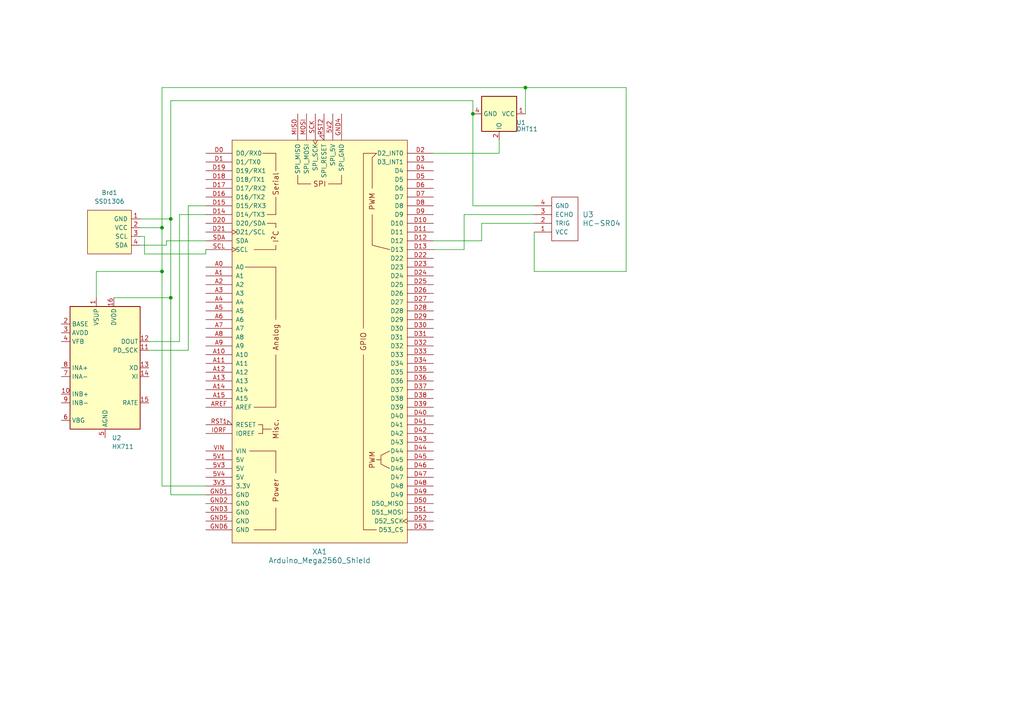
<source format=kicad_sch>
(kicad_sch (version 20230121) (generator eeschema)
  (paper "A4")
  (lib_symbols
    (symbol "Analog_ADC:HX711"
      (property "Reference" "U" (at 5.08 21.59 0))
      (property "Value" "HX711" (at 7.62 19.05 0))
      (symbol "HX711_0_1"
        (rectangle (start -10.16 17.78) (end 10.16 -17.78) (stroke (width 0.254)) (fill (type background)))
      )
      (symbol "HX711_1_1"
        (pin power_in line (at -2.54 20.32 270) (length 2.54) (name "VSUP") (number "1"))
        (pin input line (at -12.7 -7.62 0) (length 2.54) (name "INB+") (number "10"))
        (pin input line (at 12.7 5.08 180) (length 2.54) (name "PD_SCK") (number "11"))
        (pin output line (at 12.7 7.62 180) (length 2.54) (name "DOUT") (number "12"))
        (pin passive line (at 12.7 0 180) (length 2.54) (name "XO") (number "13"))
        (pin passive line (at 12.7 -2.54 180) (length 2.54) (name "XI") (number "14"))
        (pin input line (at 12.7 -10.16 180) (length 2.54) (name "RATE") (number "15"))
        (pin power_in line (at 2.54 20.32 270) (length 2.54) (name "DVDD") (number "16"))
        (pin passive line (at -12.7 12.7 0) (length 2.54) (name "BASE") (number "2"))
        (pin power_in line (at -12.7 10.16 0) (length 2.54) (name "AVDD") (number "3"))
        (pin input line (at -12.7 7.62 0) (length 2.54) (name "VFB") (number "4"))
        (pin power_in line (at 0 -20.32 90) (length 2.54) (name "AGND") (number "5"))
        (pin passive line (at -12.7 -15.24 0) (length 2.54) (name "VBG") (number "6"))
        (pin input line (at -12.7 -2.54 0) (length 2.54) (name "INA-") (number "7"))
        (pin input line (at -12.7 0 0) (length 2.54) (name "INA+") (number "8"))
        (pin input line (at -12.7 -10.16 0) (length 2.54) (name "INB-") (number "9"))
      )
    )
    (symbol "Qrcode-reader:HC-SR04" (pin_names (offset 1.016))
      (property "Reference" "U" (at -6.35 -7.62 0))
      (property "Value" "HC-SR04" (at -2.54 7.62 0))
      (symbol "HC-SR04_0_1"
        (rectangle (start 0 6.35) (end -7.62 -6.35))
      )
      (symbol "HC-SR04_1_1"
        (pin input line (at 5.08 3.81 180) (length 5.08) (name "VCC") (number "1"))
        (pin input line (at 5.08 1.27 180) (length 5.08) (name "TRIG") (number "2"))
        (pin input line (at 5.08 -1.27 180) (length 5.08) (name "ECHO") (number "3"))
        (pin input line (at 5.08 -3.81 180) (length 5.08) (name "GND") (number "4"))
      )
    )
    (symbol "Qrcode-reader:SSD1306" (pin_names (offset 1.016))
      (property "Reference" "Brd" (at 0 -3.81 0))
      (property "Value" "SSD1306" (at 0 -1.27 0))
      (symbol "SSD1306_0_1"
        (rectangle (start -6.35 6.35) (end 6.35 -6.35) (fill (type background)))
      )
      (symbol "SSD1306_1_1"
        (pin input line (at -3.81 8.89 270) (length 2.54) (name "GND") (number "1"))
        (pin input line (at -1.27 8.89 270) (length 2.54) (name "VCC") (number "2"))
        (pin input line (at 1.27 8.89 270) (length 2.54) (name "SCL") (number "3"))
        (pin input line (at 3.81 8.89 270) (length 2.54) (name "SDA") (number "4"))
      )
    )
    (symbol "Sensor:DHT11"
      (property "Reference" "U" (at -3.81 6.35 0))
      (property "Value" "DHT11" (at 3.81 6.35 0))
      (symbol "DHT11_0_1"
        (rectangle (start -5.08 5.08) (end 5.08 -5.08) (stroke (width 0.254)) (fill (type background)))
      )
      (symbol "DHT11_1_1"
        (pin power_in line (at 0 7.62 270) (length 2.54) (name "VCC") (number "1"))
        (pin bidirectional line (at 7.62 0 180) (length 2.54) (name "IO") (number "2"))
        (pin no_connect line (at -5.08 0 0) (length 2.54) hide (name "NC") (number "3"))
        (pin power_in line (at 0 -7.62 90) (length 2.54) (name "GND") (number "4"))
      )
    )
    (symbol "arduino-library:Arduino_Mega2560_Shield" (pin_names (offset 1.016))
      (property "Reference" "XA" (at 0 -62.23 0))
      (property "Value" "Arduino_Mega2560_Shield" (at 0 -66.04 0))
      (symbol "Arduino_Mega2560_Shield_0_0"
        (rectangle (start -25.4 -58.42) (end 25.4 58.42) (fill (type background)))
        (rectangle (start -20.32 -31.75) (end -12.7 -31.75))
        (rectangle (start -19.05 -54.61) (end -12.7 -54.61))
        (rectangle (start -19.05 -19.05) (end -12.7 -19.05))
        (rectangle (start -19.05 26.67) (end -12.7 26.67))
        (rectangle (start -17.78 -26.67) (end -16.51 -26.67))
        (rectangle (start -17.78 -24.13) (end -16.51 -24.13))
        (rectangle (start -16.51 -25.4) (end -13.97 -25.4))
        (rectangle (start -16.51 -24.13) (end -16.51 -26.67))
        (rectangle (start -16.51 54.61) (end -12.7 54.61))
        (rectangle (start -15.24 34.29) (end -12.7 34.29))
        (rectangle (start -15.24 36.83) (end -12.7 36.83))
        (rectangle (start -12.7 -54.61) (end -12.7 -48.26))
        (rectangle (start -12.7 -31.75) (end -12.7 -38.1))
        (rectangle (start -12.7 26.67) (end -12.7 27.94))
        (rectangle (start -12.7 34.29) (end -12.7 33.02))
        (rectangle (start -12.7 41.91) (end -12.7 36.83))
        (rectangle (start -12.7 49.53) (end -12.7 54.61))
        (rectangle (start -6.35 48.26) (end -6.35 45.72))
        (rectangle (start -2.54 45.72) (end -6.35 45.72))
        (polyline (pts (xy -21.59 21.59) (xy -12.7 21.59)))
        (polyline (pts (xy -12.7 -19.05) (xy -12.7 -3.81)))
        (polyline (pts (xy -12.7 6.35) (xy -12.7 21.59)))
        (polyline (pts (xy 12.7 -54.61) (xy 16.51 -54.61)))
        (polyline (pts (xy 12.7 54.61) (xy 16.51 54.61)))
        (polyline (pts (xy 17.78 -34.29) (xy 16.51 -34.29)))
        (polyline (pts (xy 15.24 36.83) (xy 15.24 27.94) (xy 20.32 26.67)))
        (polyline (pts (xy 15.24 44.45) (xy 15.24 53.34) (xy 16.51 54.61)))
        (polyline (pts (xy 20.32 -31.75) (xy 17.78 -33.02) (xy 17.78 -35.56) (xy 20.32 -36.83)))
        (rectangle (start 6.35 45.72) (end 2.54 45.72))
        (rectangle (start 6.35 48.26) (end 6.35 45.72))
        (text "Analog" (at -12.7 1.27 900) (effects (font (size 1.524 1.524))))
        (text "I²C" (at -12.7 30.48 900) (effects (font (size 1.524 1.524))))
        (text "Misc." (at -12.7 -25.4 900) (effects (font (size 1.524 1.524))))
        (text "Power" (at -12.7 -43.18 900) (effects (font (size 1.524 1.524))))
        (text "PWM" (at 15.24 -34.29 900) (effects (font (size 1.524 1.524))))
        (text "PWM" (at 15.24 40.64 900) (effects (font (size 1.524 1.524))))
        (text "Serial" (at -12.7 45.72 900) (effects (font (size 1.524 1.524))))
        (text "SPI" (at 0 45.72 0) (effects (font (size 1.524 1.524))))
      )
      (symbol "Arduino_Mega2560_Shield_1_0"
        (rectangle (start 12.7 -54.61) (end 12.7 -3.81))
        (rectangle (start 12.7 54.61) (end 12.7 3.81))
        (text "GPIO" (at 12.7 0 900) (effects (font (size 1.524 1.524))))
      )
      (symbol "Arduino_Mega2560_Shield_1_1"
        (pin power_out line (at -33.02 -41.91 0) (length 7.62) (name "3.3V") (number "3V3"))
        (pin power_in line (at -33.02 -34.29 0) (length 7.62) (name "5V") (number "5V1"))
        (pin power_in line (at 3.81 66.04 270) (length 7.62) (name "SPI_5V") (number "5V2"))
        (pin power_in line (at -33.02 -36.83 0) (length 7.62) (name "5V") (number "5V3"))
        (pin power_in line (at -33.02 -39.37 0) (length 7.62) (name "5V") (number "5V4"))
        (pin bidirectional line (at -33.02 21.59 0) (length 7.62) (name "A0") (number "A0"))
        (pin bidirectional line (at -33.02 19.05 0) (length 7.62) (name "A1") (number "A1"))
        (pin bidirectional line (at -33.02 -3.81 0) (length 7.62) (name "A10") (number "A10"))
        (pin bidirectional line (at -33.02 -6.35 0) (length 7.62) (name "A11") (number "A11"))
        (pin bidirectional line (at -33.02 -8.89 0) (length 7.62) (name "A12") (number "A12"))
        (pin bidirectional line (at -33.02 -11.43 0) (length 7.62) (name "A13") (number "A13"))
        (pin bidirectional line (at -33.02 -13.97 0) (length 7.62) (name "A14") (number "A14"))
        (pin bidirectional line (at -33.02 -16.51 0) (length 7.62) (name "A15") (number "A15"))
        (pin bidirectional line (at -33.02 16.51 0) (length 7.62) (name "A2") (number "A2"))
        (pin bidirectional line (at -33.02 13.97 0) (length 7.62) (name "A3") (number "A3"))
        (pin bidirectional line (at -33.02 11.43 0) (length 7.62) (name "A4") (number "A4"))
        (pin bidirectional line (at -33.02 8.89 0) (length 7.62) (name "A5") (number "A5"))
        (pin bidirectional line (at -33.02 6.35 0) (length 7.62) (name "A6") (number "A6"))
        (pin bidirectional line (at -33.02 3.81 0) (length 7.62) (name "A7") (number "A7"))
        (pin bidirectional line (at -33.02 1.27 0) (length 7.62) (name "A8") (number "A8"))
        (pin bidirectional line (at -33.02 -1.27 0) (length 7.62) (name "A9") (number "A9"))
        (pin input line (at -33.02 -19.05 0) (length 7.62) (name "AREF") (number "AREF"))
        (pin bidirectional line (at -33.02 54.61 0) (length 7.62) (name "D0/RX0") (number "D0"))
        (pin bidirectional line (at -33.02 52.07 0) (length 7.62) (name "D1/TX0") (number "D1"))
        (pin bidirectional line (at 33.02 34.29 180) (length 7.62) (name "D10") (number "D10"))
        (pin bidirectional line (at 33.02 31.75 180) (length 7.62) (name "D11") (number "D11"))
        (pin bidirectional line (at 33.02 29.21 180) (length 7.62) (name "D12") (number "D12"))
        (pin bidirectional line (at 33.02 26.67 180) (length 7.62) (name "D13") (number "D13"))
        (pin bidirectional line (at -33.02 36.83 0) (length 7.62) (name "D14/TX3") (number "D14"))
        (pin bidirectional line (at -33.02 39.37 0) (length 7.62) (name "D15/RX3") (number "D15"))
        (pin bidirectional line (at -33.02 41.91 0) (length 7.62) (name "D16/TX2") (number "D16"))
        (pin bidirectional line (at -33.02 44.45 0) (length 7.62) (name "D17/RX2") (number "D17"))
        (pin bidirectional line (at -33.02 46.99 0) (length 7.62) (name "D18/TX1") (number "D18"))
        (pin bidirectional line (at -33.02 49.53 0) (length 7.62) (name "D19/RX1") (number "D19"))
        (pin bidirectional line (at 33.02 54.61 180) (length 7.62) (name "D2_INT0") (number "D2"))
        (pin bidirectional line (at -33.02 34.29 0) (length 7.62) (name "D20/SDA") (number "D20"))
        (pin bidirectional clock (at -33.02 31.75 0) (length 7.62) (name "D21/SCL") (number "D21"))
        (pin bidirectional line (at 33.02 24.13 180) (length 7.62) (name "D22") (number "D22"))
        (pin bidirectional line (at 33.02 21.59 180) (length 7.62) (name "D23") (number "D23"))
        (pin bidirectional line (at 33.02 19.05 180) (length 7.62) (name "D24") (number "D24"))
        (pin bidirectional line (at 33.02 16.51 180) (length 7.62) (name "D25") (number "D25"))
        (pin bidirectional line (at 33.02 13.97 180) (length 7.62) (name "D26") (number "D26"))
        (pin bidirectional line (at 33.02 11.43 180) (length 7.62) (name "D27") (number "D27"))
        (pin bidirectional line (at 33.02 8.89 180) (length 7.62) (name "D28") (number "D28"))
        (pin bidirectional line (at 33.02 6.35 180) (length 7.62) (name "D29") (number "D29"))
        (pin bidirectional line (at 33.02 52.07 180) (length 7.62) (name "D3_INT1") (number "D3"))
        (pin bidirectional line (at 33.02 3.81 180) (length 7.62) (name "D30") (number "D30"))
        (pin bidirectional line (at 33.02 1.27 180) (length 7.62) (name "D31") (number "D31"))
        (pin bidirectional line (at 33.02 -1.27 180) (length 7.62) (name "D32") (number "D32"))
        (pin bidirectional line (at 33.02 -3.81 180) (length 7.62) (name "D33") (number "D33"))
        (pin bidirectional line (at 33.02 -6.35 180) (length 7.62) (name "D34") (number "D34"))
        (pin bidirectional line (at 33.02 -8.89 180) (length 7.62) (name "D35") (number "D35"))
        (pin bidirectional line (at 33.02 -11.43 180) (length 7.62) (name "D36") (number "D36"))
        (pin bidirectional line (at 33.02 -13.97 180) (length 7.62) (name "D37") (number "D37"))
        (pin bidirectional line (at 33.02 -16.51 180) (length 7.62) (name "D38") (number "D38"))
        (pin bidirectional line (at 33.02 -19.05 180) (length 7.62) (name "D39") (number "D39"))
        (pin bidirectional line (at 33.02 49.53 180) (length 7.62) (name "D4") (number "D4"))
        (pin bidirectional line (at 33.02 -21.59 180) (length 7.62) (name "D40") (number "D40"))
        (pin bidirectional line (at 33.02 -24.13 180) (length 7.62) (name "D41") (number "D41"))
        (pin bidirectional line (at 33.02 -26.67 180) (length 7.62) (name "D42") (number "D42"))
        (pin bidirectional line (at 33.02 -29.21 180) (length 7.62) (name "D43") (number "D43"))
        (pin bidirectional line (at 33.02 -31.75 180) (length 7.62) (name "D44") (number "D44"))
        (pin bidirectional line (at 33.02 -34.29 180) (length 7.62) (name "D45") (number "D45"))
        (pin bidirectional line (at 33.02 -36.83 180) (length 7.62) (name "D46") (number "D46"))
        (pin bidirectional line (at 33.02 -39.37 180) (length 7.62) (name "D47") (number "D47"))
        (pin bidirectional line (at 33.02 -41.91 180) (length 7.62) (name "D48") (number "D48"))
        (pin bidirectional line (at 33.02 -44.45 180) (length 7.62) (name "D49") (number "D49"))
        (pin bidirectional line (at 33.02 46.99 180) (length 7.62) (name "D5") (number "D5"))
        (pin bidirectional line (at 33.02 -46.99 180) (length 7.62) (name "D50_MISO") (number "D50"))
        (pin bidirectional line (at 33.02 -49.53 180) (length 7.62) (name "D51_MOSI") (number "D51"))
        (pin bidirectional clock (at 33.02 -52.07 180) (length 7.62) (name "D52_SCK") (number "D52"))
        (pin bidirectional line (at 33.02 -54.61 180) (length 7.62) (name "D53_CS") (number "D53"))
        (pin bidirectional line (at 33.02 44.45 180) (length 7.62) (name "D6") (number "D6"))
        (pin bidirectional line (at 33.02 41.91 180) (length 7.62) (name "D7") (number "D7"))
        (pin bidirectional line (at 33.02 39.37 180) (length 7.62) (name "D8") (number "D8"))
        (pin bidirectional line (at 33.02 36.83 180) (length 7.62) (name "D9") (number "D9"))
        (pin power_in line (at -33.02 -44.45 0) (length 7.62) (name "GND") (number "GND1"))
        (pin power_in line (at -33.02 -46.99 0) (length 7.62) (name "GND") (number "GND2"))
        (pin power_in line (at -33.02 -49.53 0) (length 7.62) (name "GND") (number "GND3"))
        (pin power_in line (at 6.35 66.04 270) (length 7.62) (name "SPI_GND") (number "GND4"))
        (pin power_in line (at -33.02 -52.07 0) (length 7.62) (name "GND") (number "GND5"))
        (pin power_in line (at -33.02 -54.61 0) (length 7.62) (name "GND") (number "GND6"))
        (pin output line (at -33.02 -26.67 0) (length 7.62) (name "IOREF") (number "IORF"))
        (pin input line (at -6.35 66.04 270) (length 7.62) (name "SPI_MISO") (number "MISO"))
        (pin output line (at -3.81 66.04 270) (length 7.62) (name "SPI_MOSI") (number "MOSI"))
        (pin open_collector input_low (at -33.02 -24.13 0) (length 7.62) (name "RESET") (number "RST1"))
        (pin open_collector input_low (at 1.27 66.04 270) (length 7.62) (name "SPI_RESET") (number "RST2"))
        (pin output clock (at -1.27 66.04 270) (length 7.62) (name "SPI_SCK") (number "SCK"))
        (pin bidirectional clock (at -33.02 26.67 0) (length 7.62) (name "SCL") (number "SCL"))
        (pin bidirectional line (at -33.02 29.21 0) (length 7.62) (name "SDA") (number "SDA"))
        (pin power_in line (at -33.02 -31.75 0) (length 7.62) (name "VIN") (number "VIN"))
      )
    )
  )
  (junction (at 46.99 66.04))
  (junction (at 152.4 25.4))
  (junction (at 49.53 63.5))
  (junction (at 137.16 33.02))
  (junction (at 46.99 78.74))
  (junction (at 49.53 86.36))
  (wire (pts (xy 59.69 143.51) (xy 49.53 143.51)))
  (wire (pts (xy 125.73 72.39) (xy 134.62 72.39)))
  (wire (pts (xy 152.4 33.02) (xy 152.4 25.4)))
  (wire (pts (xy 43.18 99.06) (xy 52.07 99.06)))
  (wire (pts (xy 49.53 63.5) (xy 49.53 29.21)))
  (wire (pts (xy 181.61 25.4) (xy 152.4 25.4)))
  (wire (pts (xy 52.07 99.06) (xy 52.07 62.23)))
  (wire (pts (xy 48.26 69.85) (xy 59.69 69.85)))
  (wire (pts (xy 54.61 59.69) (xy 59.69 59.69)))
  (wire (pts (xy 54.61 101.6) (xy 54.61 59.69)))
  (wire (pts (xy 43.18 101.6) (xy 54.61 101.6)))
  (wire (pts (xy 46.99 66.04) (xy 40.64 66.04)))
  (wire (pts (xy 40.64 71.12) (xy 48.26 71.12)))
  (wire (pts (xy 137.16 33.02) (xy 137.16 29.21)))
  (wire (pts (xy 154.94 78.74) (xy 181.61 78.74)))
  (wire (pts (xy 144.78 44.45) (xy 125.73 44.45)))
  (wire (pts (xy 59.69 140.97) (xy 46.99 140.97)))
  (wire (pts (xy 52.07 62.23) (xy 59.69 62.23)))
  (wire (pts (xy 49.53 143.51) (xy 49.53 86.36)))
  (wire (pts (xy 41.91 68.58) (xy 41.91 73.66)))
  (wire (pts (xy 27.94 86.36) (xy 27.94 78.74)))
  (wire (pts (xy 27.94 78.74) (xy 46.99 78.74)))
  (wire (pts (xy 134.62 62.23) (xy 154.94 62.23)))
  (wire (pts (xy 139.7 69.85) (xy 139.7 64.77)))
  (wire (pts (xy 49.53 29.21) (xy 137.16 29.21)))
  (wire (pts (xy 46.99 25.4) (xy 152.4 25.4)))
  (wire (pts (xy 33.02 86.36) (xy 49.53 86.36)))
  (wire (pts (xy 46.99 25.4) (xy 46.99 66.04)))
  (wire (pts (xy 49.53 86.36) (xy 49.53 63.5)))
  (wire (pts (xy 154.94 59.69) (xy 137.16 59.69)))
  (wire (pts (xy 125.73 69.85) (xy 139.7 69.85)))
  (wire (pts (xy 181.61 78.74) (xy 181.61 25.4)))
  (wire (pts (xy 46.99 78.74) (xy 46.99 140.97)))
  (wire (pts (xy 49.53 63.5) (xy 40.64 63.5)))
  (wire (pts (xy 46.99 66.04) (xy 46.99 78.74)))
  (wire (pts (xy 59.69 73.66) (xy 59.69 72.39)))
  (wire (pts (xy 154.94 67.31) (xy 154.94 78.74)))
  (wire (pts (xy 139.7 64.77) (xy 154.94 64.77)))
  (wire (pts (xy 134.62 72.39) (xy 134.62 62.23)))
  (wire (pts (xy 48.26 71.12) (xy 48.26 69.85)))
  (wire (pts (xy 144.78 40.64) (xy 144.78 44.45)))
  (wire (pts (xy 40.64 68.58) (xy 41.91 68.58)))
  (wire (pts (xy 41.91 73.66) (xy 59.69 73.66)))
  (wire (pts (xy 137.16 59.69) (xy 137.16 33.02)))
  (symbol (lib_id "Analog_ADC:HX711") (at 30.48 106.68 0) (unit 1)
    (property "Reference" "U2" (at 32.4359 127 0) (effects (justify left)))
    (property "Value" "HX711" (at 32.4359 129.54 0) (effects (justify left)))
    (property "Footprint" "Package_SO:SOP-16_3.9x9.9mm_P1.27mm" (effects hide))
    (property "Datasheet" "https://cdn.sparkfun.com/datasheets/Sensors/ForceFlex/hx711_english.pdf" (effects hide))
  )
  (symbol (lib_id "arduino-library:Arduino_Mega2560_Shield") (at 92.71 99.06 0) (unit 1)
    (property "Reference" "XA1" (at 92.71 160.02 0) (effects (font (size 1.524 1.524))))
    (property "Value" "Arduino_Mega2560_Shield" (at 92.71 162.56 0) (effects (font (size 1.524 1.524))))
    (property "Footprint" "PCM_arduino-library:Arduino_Mega2560_Shield" (effects hide))
    (property "Datasheet" "https://docs.arduino.cc/hardware/mega-2560" (effects hide))
  )
  (symbol (lib_id "Sensor:DHT11") (at 144.78 33.02 270) (unit 1)
    (property "Reference" "U1" (at 151.13 35.56 90))
    (property "Value" "DHT11" (at 152.8923 37.4221 90))
    (property "Footprint" "Sensor:Aosong_DHT11_5.5x12.0_P2.54mm" (effects hide))
    (property "Datasheet" "http://akizukidenshi.com/download/ds/aosong/DHT11.pdf" (effects hide))
  )
  (symbol (lib_id "Qrcode-reader:SSD1306") (at 31.75 67.31 270) (unit 1)
    (property "Reference" "Brd1" (at 31.75 55.88 90))
    (property "Value" "SSD1306" (at 31.75 58.42 90))
  )
  (symbol (lib_id "Qrcode-reader:HC-SR04") (at 160.02 63.5 180) (unit 1)
    (property "Reference" "U3" (at 168.91 62.23 0) (effects (font (size 1.524 1.524)) (justify right)))
    (property "Value" "HC-SR04" (at 168.91 64.77 0) (effects (font (size 1.524 1.524)) (justify right)))
  )
)
</source>
